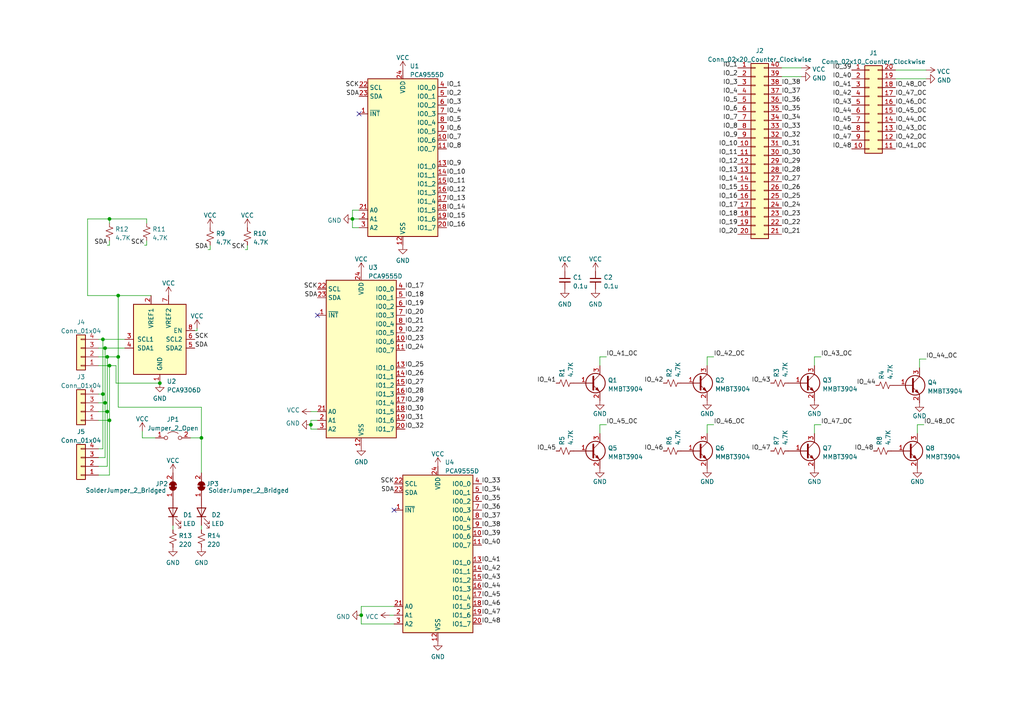
<source format=kicad_sch>
(kicad_sch (version 20211123) (generator eeschema)
  (paper "A4")
  (title_block (title "Stencil Trainer 1 (48 pin i2c GPIO expander) ") (date "2023-03-03") (rev "v1.0.0-dev2") (comment 1 "Licensed under CERN-OHL-S version 2") (comment 2 "Copyright Peter Terpstra, 2023"))
  (lib_symbols
    (symbol "Connector_Generic:Conn_01x04" (pin_names (offset 1.016) hide)
      (property "Reference" "J" (at 0 5.08 0))
      (property "Value" "Conn_01x04" (at 0 -7.62 0))
      (symbol "Conn_01x04_1_1"
        (rectangle (start -1.27 -4.953) (end 0 -5.207) (stroke (width 0.1524)))
        (rectangle (start -1.27 -2.413) (end 0 -2.667) (stroke (width 0.1524)))
        (rectangle (start -1.27 0.127) (end 0 -0.127) (stroke (width 0.1524)))
        (rectangle (start -1.27 2.667) (end 0 2.413) (stroke (width 0.1524)))
        (rectangle (start -1.27 3.81) (end 1.27 -6.35) (stroke (width 0.254)) (fill (type background)))
        (pin passive line (at -5.08 2.54 0) (length 3.81) (name "Pin_1") (number "1"))
        (pin passive line (at -5.08 0 0) (length 3.81) (name "Pin_2") (number "2"))
        (pin passive line (at -5.08 -2.54 0) (length 3.81) (name "Pin_3") (number "3"))
        (pin passive line (at -5.08 -5.08 0) (length 3.81) (name "Pin_4") (number "4"))
      )
    )
    (symbol "Connector_Generic:Conn_02x10_Counter_Clockwise" (pin_names (offset 1.016) hide)
      (property "Reference" "J" (at 1.27 12.7 0))
      (property "Value" "Conn_02x10_Counter_Clockwise" (at 1.27 -15.24 0))
      (symbol "Conn_02x10_Counter_Clockwise_1_1"
        (rectangle (start -1.27 -12.573) (end 0 -12.827) (stroke (width 0.1524)))
        (rectangle (start -1.27 -10.033) (end 0 -10.287) (stroke (width 0.1524)))
        (rectangle (start -1.27 -7.493) (end 0 -7.747) (stroke (width 0.1524)))
        (rectangle (start -1.27 -4.953) (end 0 -5.207) (stroke (width 0.1524)))
        (rectangle (start -1.27 -2.413) (end 0 -2.667) (stroke (width 0.1524)))
        (rectangle (start -1.27 0.127) (end 0 -0.127) (stroke (width 0.1524)))
        (rectangle (start -1.27 2.667) (end 0 2.413) (stroke (width 0.1524)))
        (rectangle (start -1.27 5.207) (end 0 4.953) (stroke (width 0.1524)))
        (rectangle (start -1.27 7.747) (end 0 7.493) (stroke (width 0.1524)))
        (rectangle (start -1.27 10.287) (end 0 10.033) (stroke (width 0.1524)))
        (rectangle (start -1.27 11.43) (end 3.81 -13.97) (stroke (width 0.254)) (fill (type background)))
        (rectangle (start 3.81 -12.573) (end 2.54 -12.827) (stroke (width 0.1524)))
        (rectangle (start 3.81 -10.033) (end 2.54 -10.287) (stroke (width 0.1524)))
        (rectangle (start 3.81 -7.493) (end 2.54 -7.747) (stroke (width 0.1524)))
        (rectangle (start 3.81 -4.953) (end 2.54 -5.207) (stroke (width 0.1524)))
        (rectangle (start 3.81 -2.413) (end 2.54 -2.667) (stroke (width 0.1524)))
        (rectangle (start 3.81 0.127) (end 2.54 -0.127) (stroke (width 0.1524)))
        (rectangle (start 3.81 2.667) (end 2.54 2.413) (stroke (width 0.1524)))
        (rectangle (start 3.81 5.207) (end 2.54 4.953) (stroke (width 0.1524)))
        (rectangle (start 3.81 7.747) (end 2.54 7.493) (stroke (width 0.1524)))
        (rectangle (start 3.81 10.287) (end 2.54 10.033) (stroke (width 0.1524)))
        (pin passive line (at -5.08 10.16 0) (length 3.81) (name "Pin_1") (number "1"))
        (pin passive line (at -5.08 -12.7 0) (length 3.81) (name "Pin_10") (number "10"))
        (pin passive line (at 7.62 -12.7 180) (length 3.81) (name "Pin_11") (number "11"))
        (pin passive line (at 7.62 -10.16 180) (length 3.81) (name "Pin_12") (number "12"))
        (pin passive line (at 7.62 -7.62 180) (length 3.81) (name "Pin_13") (number "13"))
        (pin passive line (at 7.62 -5.08 180) (length 3.81) (name "Pin_14") (number "14"))
        (pin passive line (at 7.62 -2.54 180) (length 3.81) (name "Pin_15") (number "15"))
        (pin passive line (at 7.62 0 180) (length 3.81) (name "Pin_16") (number "16"))
        (pin passive line (at 7.62 2.54 180) (length 3.81) (name "Pin_17") (number "17"))
        (pin passive line (at 7.62 5.08 180) (length 3.81) (name "Pin_18") (number "18"))
        (pin passive line (at 7.62 7.62 180) (length 3.81) (name "Pin_19") (number "19"))
        (pin passive line (at -5.08 7.62 0) (length 3.81) (name "Pin_2") (number "2"))
        (pin passive line (at 7.62 10.16 180) (length 3.81) (name "Pin_20") (number "20"))
        (pin passive line (at -5.08 5.08 0) (length 3.81) (name "Pin_3") (number "3"))
        (pin passive line (at -5.08 2.54 0) (length 3.81) (name "Pin_4") (number "4"))
        (pin passive line (at -5.08 0 0) (length 3.81) (name "Pin_5") (number "5"))
        (pin passive line (at -5.08 -2.54 0) (length 3.81) (name "Pin_6") (number "6"))
        (pin passive line (at -5.08 -5.08 0) (length 3.81) (name "Pin_7") (number "7"))
        (pin passive line (at -5.08 -7.62 0) (length 3.81) (name "Pin_8") (number "8"))
        (pin passive line (at -5.08 -10.16 0) (length 3.81) (name "Pin_9") (number "9"))
      )
    )
    (symbol "Connector_Generic:Conn_02x20_Counter_Clockwise" (pin_names (offset 1.016) hide)
      (property "Reference" "J" (at 1.27 25.4 0))
      (property "Value" "Conn_02x20_Counter_Clockwise" (at 1.27 -27.94 0))
      (symbol "Conn_02x20_Counter_Clockwise_1_1"
        (rectangle (start -1.27 -25.273) (end 0 -25.527) (stroke (width 0.1524)))
        (rectangle (start -1.27 -22.733) (end 0 -22.987) (stroke (width 0.1524)))
        (rectangle (start -1.27 -20.193) (end 0 -20.447) (stroke (width 0.1524)))
        (rectangle (start -1.27 -17.653) (end 0 -17.907) (stroke (width 0.1524)))
        (rectangle (start -1.27 -15.113) (end 0 -15.367) (stroke (width 0.1524)))
        (rectangle (start -1.27 -12.573) (end 0 -12.827) (stroke (width 0.1524)))
        (rectangle (start -1.27 -10.033) (end 0 -10.287) (stroke (width 0.1524)))
        (rectangle (start -1.27 -7.493) (end 0 -7.747) (stroke (width 0.1524)))
        (rectangle (start -1.27 -4.953) (end 0 -5.207) (stroke (width 0.1524)))
        (rectangle (start -1.27 -2.413) (end 0 -2.667) (stroke (width 0.1524)))
        (rectangle (start -1.27 0.127) (end 0 -0.127) (stroke (width 0.1524)))
        (rectangle (start -1.27 2.667) (end 0 2.413) (stroke (width 0.1524)))
        (rectangle (start -1.27 5.207) (end 0 4.953) (stroke (width 0.1524)))
        (rectangle (start -1.27 7.747) (end 0 7.493) (stroke (width 0.1524)))
        (rectangle (start -1.27 10.287) (end 0 10.033) (stroke (width 0.1524)))
        (rectangle (start -1.27 12.827) (end 0 12.573) (stroke (width 0.1524)))
        (rectangle (start -1.27 15.367) (end 0 15.113) (stroke (width 0.1524)))
        (rectangle (start -1.27 17.907) (end 0 17.653) (stroke (width 0.1524)))
        (rectangle (start -1.27 20.447) (end 0 20.193) (stroke (width 0.1524)))
        (rectangle (start -1.27 22.987) (end 0 22.733) (stroke (width 0.1524)))
        (rectangle (start -1.27 24.13) (end 3.81 -26.67) (stroke (width 0.254)) (fill (type background)))
        (rectangle (start 3.81 -25.273) (end 2.54 -25.527) (stroke (width 0.1524)))
        (rectangle (start 3.81 -22.733) (end 2.54 -22.987) (stroke (width 0.1524)))
        (rectangle (start 3.81 -20.193) (end 2.54 -20.447) (stroke (width 0.1524)))
        (rectangle (start 3.81 -17.653) (end 2.54 -17.907) (stroke (width 0.1524)))
        (rectangle (start 3.81 -15.113) (end 2.54 -15.367) (stroke (width 0.1524)))
        (rectangle (start 3.81 -12.573) (end 2.54 -12.827) (stroke (width 0.1524)))
        (rectangle (start 3.81 -10.033) (end 2.54 -10.287) (stroke (width 0.1524)))
        (rectangle (start 3.81 -7.493) (end 2.54 -7.747) (stroke (width 0.1524)))
        (rectangle (start 3.81 -4.953) (end 2.54 -5.207) (stroke (width 0.1524)))
        (rectangle (start 3.81 -2.413) (end 2.54 -2.667) (stroke (width 0.1524)))
        (rectangle (start 3.81 0.127) (end 2.54 -0.127) (stroke (width 0.1524)))
        (rectangle (start 3.81 2.667) (end 2.54 2.413) (stroke (width 0.1524)))
        (rectangle (start 3.81 5.207) (end 2.54 4.953) (stroke (width 0.1524)))
        (rectangle (start 3.81 7.747) (end 2.54 7.493) (stroke (width 0.1524)))
        (rectangle (start 3.81 10.287) (end 2.54 10.033) (stroke (width 0.1524)))
        (rectangle (start 3.81 12.827) (end 2.54 12.573) (stroke (width 0.1524)))
        (rectangle (start 3.81 15.367) (end 2.54 15.113) (stroke (width 0.1524)))
        (rectangle (start 3.81 17.907) (end 2.54 17.653) (stroke (width 0.1524)))
        (rectangle (start 3.81 20.447) (end 2.54 20.193) (stroke (width 0.1524)))
        (rectangle (start 3.81 22.987) (end 2.54 22.733) (stroke (width 0.1524)))
        (pin passive line (at -5.08 22.86 0) (length 3.81) (name "Pin_1") (number "1"))
        (pin passive line (at -5.08 0 0) (length 3.81) (name "Pin_10") (number "10"))
        (pin passive line (at -5.08 -2.54 0) (length 3.81) (name "Pin_11") (number "11"))
        (pin passive line (at -5.08 -5.08 0) (length 3.81) (name "Pin_12") (number "12"))
        (pin passive line (at -5.08 -7.62 0) (length 3.81) (name "Pin_13") (number "13"))
        (pin passive line (at -5.08 -10.16 0) (length 3.81) (name "Pin_14") (number "14"))
        (pin passive line (at -5.08 -12.7 0) (length 3.81) (name "Pin_15") (number "15"))
        (pin passive line (at -5.08 -15.24 0) (length 3.81) (name "Pin_16") (number "16"))
        (pin passive line (at -5.08 -17.78 0) (length 3.81) (name "Pin_17") (number "17"))
        (pin passive line (at -5.08 -20.32 0) (length 3.81) (name "Pin_18") (number "18"))
        (pin passive line (at -5.08 -22.86 0) (length 3.81) (name "Pin_19") (number "19"))
        (pin passive line (at -5.08 20.32 0) (length 3.81) (name "Pin_2") (number "2"))
        (pin passive line (at -5.08 -25.4 0) (length 3.81) (name "Pin_20") (number "20"))
        (pin passive line (at 7.62 -25.4 180) (length 3.81) (name "Pin_21") (number "21"))
        (pin passive line (at 7.62 -22.86 180) (length 3.81) (name "Pin_22") (number "22"))
        (pin passive line (at 7.62 -20.32 180) (length 3.81) (name "Pin_23") (number "23"))
        (pin passive line (at 7.62 -17.78 180) (length 3.81) (name "Pin_24") (number "24"))
        (pin passive line (at 7.62 -15.24 180) (length 3.81) (name "Pin_25") (number "25"))
        (pin passive line (at 7.62 -12.7 180) (length 3.81) (name "Pin_26") (number "26"))
        (pin passive line (at 7.62 -10.16 180) (length 3.81) (name "Pin_27") (number "27"))
        (pin passive line (at 7.62 -7.62 180) (length 3.81) (name "Pin_28") (number "28"))
        (pin passive line (at 7.62 -5.08 180) (length 3.81) (name "Pin_29") (number "29"))
        (pin passive line (at -5.08 17.78 0) (length 3.81) (name "Pin_3") (number "3"))
        (pin passive line (at 7.62 -2.54 180) (length 3.81) (name "Pin_30") (number "30"))
        (pin passive line (at 7.62 0 180) (length 3.81) (name "Pin_31") (number "31"))
        (pin passive line (at 7.62 2.54 180) (length 3.81) (name "Pin_32") (number "32"))
        (pin passive line (at 7.62 5.08 180) (length 3.81) (name "Pin_33") (number "33"))
        (pin passive line (at 7.62 7.62 180) (length 3.81) (name "Pin_34") (number "34"))
        (pin passive line (at 7.62 10.16 180) (length 3.81) (name "Pin_35") (number "35"))
        (pin passive line (at 7.62 12.7 180) (length 3.81) (name "Pin_36") (number "36"))
        (pin passive line (at 7.62 15.24 180) (length 3.81) (name "Pin_37") (number "37"))
        (pin passive line (at 7.62 17.78 180) (length 3.81) (name "Pin_38") (number "38"))
        (pin passive line (at 7.62 20.32 180) (length 3.81) (name "Pin_39") (number "39"))
        (pin passive line (at -5.08 15.24 0) (length 3.81) (name "Pin_4") (number "4"))
        (pin passive line (at 7.62 22.86 180) (length 3.81) (name "Pin_40") (number "40"))
        (pin passive line (at -5.08 12.7 0) (length 3.81) (name "Pin_5") (number "5"))
        (pin passive line (at -5.08 10.16 0) (length 3.81) (name "Pin_6") (number "6"))
        (pin passive line (at -5.08 7.62 0) (length 3.81) (name "Pin_7") (number "7"))
        (pin passive line (at -5.08 5.08 0) (length 3.81) (name "Pin_8") (number "8"))
        (pin passive line (at -5.08 2.54 0) (length 3.81) (name "Pin_9") (number "9"))
      )
    )
    (symbol "Device:C_Small" (pin_numbers hide) (pin_names (offset 0.254) hide)
      (property "Reference" "C" (at 0.254 1.778 0))
      (property "Value" "C_Small" (at 0.254 -2.032 0))
      (symbol "C_Small_0_1"
        (polyline (pts (xy -1.524 -0.508) (xy 1.524 -0.508)) (stroke (width 0.3302)))
        (polyline (pts (xy -1.524 0.508) (xy 1.524 0.508)) (stroke (width 0.3048)))
      )
      (symbol "C_Small_1_1"
        (pin passive line (at 0 2.54 270) (length 2.032) (name "~") (number "1"))
        (pin passive line (at 0 -2.54 90) (length 2.032) (name "~") (number "2"))
      )
    )
    (symbol "Device:LED" (pin_numbers hide) (pin_names (offset 1.016) hide)
      (property "Reference" "D" (at 0 2.54 0))
      (property "Value" "LED" (at 0 -2.54 0))
      (symbol "LED_0_1"
        (polyline (pts (xy -1.27 -1.27) (xy -1.27 1.27)) (stroke (width 0.254)))
        (polyline (pts (xy -1.27 0) (xy 1.27 0)))
        (polyline (pts (xy 1.27 -1.27) (xy 1.27 1.27) (xy -1.27 0) (xy 1.27 -1.27)) (stroke (width 0.254)))
        (polyline (pts (xy -3.048 -0.762) (xy -4.572 -2.286) (xy -3.81 -2.286) (xy -4.572 -2.286) (xy -4.572 -1.524)))
        (polyline (pts (xy -1.778 -0.762) (xy -3.302 -2.286) (xy -2.54 -2.286) (xy -3.302 -2.286) (xy -3.302 -1.524)))
      )
      (symbol "LED_1_1"
        (pin passive line (at -3.81 0 0) (length 2.54) (name "K") (number "1"))
        (pin passive line (at 3.81 0 180) (length 2.54) (name "A") (number "2"))
      )
    )
    (symbol "Device:R_Small_US" (pin_numbers hide) (pin_names (offset 0.254) hide)
      (property "Reference" "R" (at 0.762 0.508 0))
      (property "Value" "R_Small_US" (at 0.762 -1.016 0))
      (symbol "R_Small_US_1_1"
        (polyline (pts (xy 0 0) (xy 1.016 -0.381) (xy 0 -0.762) (xy -1.016 -1.143) (xy 0 -1.524)))
        (polyline (pts (xy 0 1.524) (xy 1.016 1.143) (xy 0 0.762) (xy -1.016 0.381) (xy 0 0)))
        (pin passive line (at 0 2.54 270) (length 1.016) (name "~") (number "1"))
        (pin passive line (at 0 -2.54 90) (length 1.016) (name "~") (number "2"))
      )
    )
    (symbol "Interface:PCA9306D" (pin_names (offset 1.016))
      (property "Reference" "U" (at -7.62 11.43 0))
      (property "Value" "PCA9306D" (at 3.81 11.43 0))
      (symbol "PCA9306D_0_1"
        (rectangle (start -7.62 10.16) (end 7.62 -10.16) (stroke (width 0.254)) (fill (type background)))
      )
      (symbol "PCA9306D_1_1"
        (pin power_in line (at 0 -12.7 90) (length 2.54) (name "GND") (number "1"))
        (pin power_in line (at -2.54 12.7 270) (length 2.54) (name "VREF1") (number "2"))
        (pin bidirectional line (at -10.16 0 0) (length 2.54) (name "SCL1") (number "3"))
        (pin bidirectional line (at -10.16 -2.54 0) (length 2.54) (name "SDA1") (number "4"))
        (pin bidirectional line (at 10.16 -2.54 180) (length 2.54) (name "SDA2") (number "5"))
        (pin bidirectional line (at 10.16 0 180) (length 2.54) (name "SCL2") (number "6"))
        (pin power_in line (at 2.54 12.7 270) (length 2.54) (name "VREF2") (number "7"))
        (pin input line (at 10.16 2.54 180) (length 2.54) (name "EN") (number "8"))
      )
    )
    (symbol "Interface_Expansion:PCA9555D"
      (property "Reference" "U" (at -8.89 24.13 0))
      (property "Value" "PCA9555D" (at 6.35 24.13 0))
      (symbol "PCA9555D_0_1"
        (rectangle (start -10.16 22.86) (end 10.16 -22.86) (stroke (width 0.254)) (fill (type background)))
      )
      (symbol "PCA9555D_1_1"
        (pin open_collector line (at -12.7 12.7 0) (length 2.54) (name "~{INT}") (number "1"))
        (pin bidirectional line (at 12.7 5.08 180) (length 2.54) (name "IO0_6") (number "10"))
        (pin bidirectional line (at 12.7 2.54 180) (length 2.54) (name "IO0_7") (number "11"))
        (pin power_in line (at 0 -25.4 90) (length 2.54) (name "VSS") (number "12"))
        (pin bidirectional line (at 12.7 -2.54 180) (length 2.54) (name "IO1_0") (number "13"))
        (pin bidirectional line (at 12.7 -5.08 180) (length 2.54) (name "IO1_1") (number "14"))
        (pin bidirectional line (at 12.7 -7.62 180) (length 2.54) (name "IO1_2") (number "15"))
        (pin bidirectional line (at 12.7 -10.16 180) (length 2.54) (name "IO1_3") (number "16"))
        (pin bidirectional line (at 12.7 -12.7 180) (length 2.54) (name "IO1_4") (number "17"))
        (pin bidirectional line (at 12.7 -15.24 180) (length 2.54) (name "IO1_5") (number "18"))
        (pin bidirectional line (at 12.7 -17.78 180) (length 2.54) (name "IO1_6") (number "19"))
        (pin input line (at -12.7 -17.78 0) (length 2.54) (name "A1") (number "2"))
        (pin bidirectional line (at 12.7 -20.32 180) (length 2.54) (name "IO1_7") (number "20"))
        (pin input line (at -12.7 -15.24 0) (length 2.54) (name "A0") (number "21"))
        (pin input line (at -12.7 20.32 0) (length 2.54) (name "SCL") (number "22"))
        (pin bidirectional line (at -12.7 17.78 0) (length 2.54) (name "SDA") (number "23"))
        (pin power_in line (at 0 25.4 270) (length 2.54) (name "VDD") (number "24"))
        (pin input line (at -12.7 -20.32 0) (length 2.54) (name "A2") (number "3"))
        (pin bidirectional line (at 12.7 20.32 180) (length 2.54) (name "IO0_0") (number "4"))
        (pin bidirectional line (at 12.7 17.78 180) (length 2.54) (name "IO0_1") (number "5"))
        (pin bidirectional line (at 12.7 15.24 180) (length 2.54) (name "IO0_2") (number "6"))
        (pin bidirectional line (at 12.7 12.7 180) (length 2.54) (name "IO0_3") (number "7"))
        (pin bidirectional line (at 12.7 10.16 180) (length 2.54) (name "IO0_4") (number "8"))
        (pin bidirectional line (at 12.7 7.62 180) (length 2.54) (name "IO0_5") (number "9"))
      )
    )
    (symbol "Jumper:Jumper_2_Open" (pin_names (offset 0) hide)
      (property "Reference" "JP" (at 0 2.794 0))
      (property "Value" "Jumper_2_Open" (at 0 -2.286 0))
      (symbol "Jumper_2_Open_0_0"
        (circle (center -2.032 0) (radius 0.508))
        (circle (center 2.032 0) (radius 0.508))
      )
      (symbol "Jumper_2_Open_0_1"
        (arc (start 1.524 1.27) (mid 0 1.778) (end -1.524 1.27))
      )
      (symbol "Jumper_2_Open_1_1"
        (pin passive line (at -5.08 0 0) (length 2.54) (name "A") (number "1"))
        (pin passive line (at 5.08 0 180) (length 2.54) (name "B") (number "2"))
      )
    )
    (symbol "Jumper:SolderJumper_2_Bridged" (pin_names (offset 0) hide)
      (property "Reference" "JP" (at 0 2.032 0))
      (property "Value" "SolderJumper_2_Bridged" (at 0 -2.54 0))
      (symbol "SolderJumper_2_Bridged_0_1"
        (rectangle (start -0.508 0.508) (end 0.508 -0.508) (fill (type outline)))
        (arc (start -0.254 1.016) (mid -1.27 0) (end -0.254 -1.016))
        (arc (start -0.254 1.016) (mid -1.27 0) (end -0.254 -1.016) (fill (type outline)))
        (polyline (pts (xy -0.254 1.016) (xy -0.254 -1.016)))
        (polyline (pts (xy 0.254 1.016) (xy 0.254 -1.016)))
        (arc (start 0.254 -1.016) (mid 1.27 0) (end 0.254 1.016))
        (arc (start 0.254 -1.016) (mid 1.27 0) (end 0.254 1.016) (fill (type outline)))
      )
      (symbol "SolderJumper_2_Bridged_1_1"
        (pin passive line (at -3.81 0 0) (length 2.54) (name "A") (number "1"))
        (pin passive line (at 3.81 0 180) (length 2.54) (name "B") (number "2"))
      )
    )
    (symbol "Transistor_BJT:MMBT3904" (pin_names (offset 0) hide)
      (property "Reference" "Q" (at 5.08 1.905 0))
      (property "Value" "MMBT3904" (at 5.08 0 0))
      (symbol "MMBT3904_0_1"
        (polyline (pts (xy 0.635 0.635) (xy 2.54 2.54)))
        (polyline (pts (xy 0.635 -0.635) (xy 2.54 -2.54) (xy 2.54 -2.54)))
        (polyline (pts (xy 0.635 1.905) (xy 0.635 -1.905) (xy 0.635 -1.905)) (stroke (width 0.508)))
        (polyline (pts (xy 1.27 -1.778) (xy 1.778 -1.27) (xy 2.286 -2.286) (xy 1.27 -1.778) (xy 1.27 -1.778)) (fill (type outline)))
        (circle (center 1.27 0) (radius 2.8194) (stroke (width 0.254)))
      )
      (symbol "MMBT3904_1_1"
        (pin input line (at -5.08 0 0) (length 5.715) (name "B") (number "1"))
        (pin passive line (at 2.54 -5.08 90) (length 2.54) (name "E") (number "2"))
        (pin passive line (at 2.54 5.08 270) (length 2.54) (name "C") (number "3"))
      )
    )
    (symbol "power:GND" (power) (pin_names (offset 0))
      (property "Value" "GND" (at 0 -3.81 0))
      (symbol "GND_0_1"
        (polyline (pts (xy 0 0) (xy 0 -1.27) (xy 1.27 -1.27) (xy 0 -2.54) (xy -1.27 -1.27) (xy 0 -1.27)))
      )
      (symbol "GND_1_1"
        (pin power_in line (at 0 0 270) (length 0) hide (name "GND") (number "1"))
      )
    )
    (symbol "power:VCC" (power) (pin_names (offset 0))
      (property "Value" "VCC" (at 0 3.81 0))
      (symbol "VCC_0_1"
        (polyline (pts (xy -0.762 1.27) (xy 0 2.54)))
        (polyline (pts (xy 0 0) (xy 0 2.54)))
        (polyline (pts (xy 0 2.54) (xy 0.762 1.27)))
      )
      (symbol "VCC_1_1"
        (pin power_in line (at 0 0 90) (length 0) hide (name "VCC") (number "1"))
      )
    )
  )
  (junction (at 102.235 63.5))
  (junction (at 104.775 178.435))
  (junction (at 31.115 103.505))
  (junction (at 31.75 106.045))
  (junction (at 29.845 98.425))
  (junction (at 31.115 119.38))
  (junction (at 34.29 85.725))
  (junction (at 31.75 63.5))
  (junction (at 30.48 100.965))
  (junction (at 90.17 123.19))
  (junction (at 34.29 103.505))
  (junction (at 46.355 111.125))
  (junction (at 29.845 114.3))
  (junction (at 31.75 121.92))
  (junction (at 58.42 127))
  (junction (at 30.48 116.84))
  (no_connect (at 92.075 91.44))
  (no_connect (at 104.14 33.02))
  (no_connect (at 114.3 147.955))
  (wire (pts (xy 28.575 121.92) (xy 31.75 121.92)))
  (wire (pts (xy 58.42 118.11) (xy 34.29 118.11)))
  (wire (pts (xy 266.7 104.14) (xy 266.7 106.68)))
  (wire (pts (xy 25.4 85.725) (xy 25.4 63.5)))
  (wire (pts (xy 31.115 71.12) (xy 31.75 71.12)))
  (wire (pts (xy 33.655 111.125) (xy 46.355 111.125)))
  (wire (pts (xy 104.14 66.04) (xy 102.235 66.04)))
  (wire (pts (xy 102.235 60.96) (xy 104.14 60.96)))
  (wire (pts (xy 173.99 103.505) (xy 175.895 103.505)))
  (wire (pts (xy 50.165 153.67) (xy 50.165 152.4)))
  (wire (pts (xy 60.96 72.39) (xy 60.96 71.12)))
  (wire (pts (xy 34.29 118.11) (xy 34.29 103.505)))
  (wire (pts (xy 31.75 137.795) (xy 28.575 137.795)))
  (wire (pts (xy 102.235 63.5) (xy 104.14 63.5)))
  (wire (pts (xy 90.17 124.46) (xy 92.075 124.46)))
  (wire (pts (xy 41.91 71.12) (xy 42.545 71.12)))
  (wire (pts (xy 173.99 123.19) (xy 173.99 125.73)))
  (wire (pts (xy 90.17 121.92) (xy 92.075 121.92)))
  (wire (pts (xy 58.42 153.67) (xy 58.42 152.4)))
  (wire (pts (xy 31.75 121.92) (xy 31.75 106.045)))
  (wire (pts (xy 30.48 132.715) (xy 28.575 132.715)))
  (wire (pts (xy 102.235 63.5) (xy 102.235 60.96)))
  (wire (pts (xy 41.275 125.095) (xy 41.275 127)))
  (wire (pts (xy 34.29 85.725) (xy 25.4 85.725)))
  (wire (pts (xy 55.245 127) (xy 58.42 127)))
  (wire (pts (xy 173.99 123.19) (xy 175.895 123.19)))
  (wire (pts (xy 236.22 123.19) (xy 236.22 125.73)))
  (wire (pts (xy 266.065 123.19) (xy 267.97 123.19)))
  (wire (pts (xy 259.715 22.86) (xy 268.605 22.86)))
  (wire (pts (xy 34.29 103.505) (xy 34.29 85.725)))
  (wire (pts (xy 31.75 63.5) (xy 42.545 63.5)))
  (wire (pts (xy 31.115 103.505) (xy 31.115 119.38)))
  (wire (pts (xy 236.22 103.505) (xy 236.22 106.045)))
  (wire (pts (xy 28.575 98.425) (xy 29.845 98.425)))
  (wire (pts (xy 31.75 106.045) (xy 33.655 106.045)))
  (wire (pts (xy 25.4 63.5) (xy 31.75 63.5)))
  (wire (pts (xy 90.17 123.19) (xy 90.17 124.46)))
  (wire (pts (xy 31.115 135.255) (xy 31.115 119.38)))
  (wire (pts (xy 30.48 116.84) (xy 30.48 132.715)))
  (wire (pts (xy 113.03 178.435) (xy 114.3 178.435)))
  (wire (pts (xy 42.545 71.12) (xy 42.545 69.85)))
  (wire (pts (xy 102.235 66.04) (xy 102.235 63.5)))
  (wire (pts (xy 33.655 106.045) (xy 33.655 111.125)))
  (wire (pts (xy 31.115 119.38) (xy 28.575 119.38)))
  (wire (pts (xy 31.115 103.505) (xy 34.29 103.505)))
  (wire (pts (xy 232.41 22.225) (xy 226.695 22.225)))
  (wire (pts (xy 90.17 123.19) (xy 90.17 121.92)))
  (wire (pts (xy 28.575 106.045) (xy 31.75 106.045)))
  (wire (pts (xy 90.17 119.38) (xy 92.075 119.38)))
  (wire (pts (xy 28.575 114.3) (xy 29.845 114.3)))
  (wire (pts (xy 34.29 85.725) (xy 43.815 85.725)))
  (wire (pts (xy 28.575 103.505) (xy 31.115 103.505)))
  (wire (pts (xy 30.48 100.965) (xy 30.48 116.84)))
  (wire (pts (xy 205.105 123.19) (xy 205.105 125.73)))
  (wire (pts (xy 28.575 130.175) (xy 29.845 130.175)))
  (wire (pts (xy 29.845 98.425) (xy 36.195 98.425)))
  (wire (pts (xy 60.325 72.39) (xy 60.96 72.39)))
  (wire (pts (xy 236.22 103.505) (xy 238.125 103.505)))
  (wire (pts (xy 41.275 127) (xy 45.085 127)))
  (wire (pts (xy 266.065 123.19) (xy 266.065 125.73)))
  (wire (pts (xy 104.775 178.435) (xy 104.775 175.895)))
  (wire (pts (xy 205.105 123.19) (xy 207.01 123.19)))
  (wire (pts (xy 236.22 123.19) (xy 238.125 123.19)))
  (wire (pts (xy 28.575 100.965) (xy 30.48 100.965)))
  (wire (pts (xy 173.99 103.505) (xy 173.99 106.045)))
  (wire (pts (xy 31.75 63.5) (xy 31.75 64.77)))
  (wire (pts (xy 104.775 178.435) (xy 104.775 180.975)))
  (wire (pts (xy 232.41 19.685) (xy 226.695 19.685)))
  (wire (pts (xy 58.42 137.16) (xy 58.42 127)))
  (wire (pts (xy 42.545 63.5) (xy 42.545 64.77)))
  (wire (pts (xy 205.105 103.505) (xy 207.01 103.505)))
  (wire (pts (xy 71.12 72.39) (xy 71.755 72.39)))
  (wire (pts (xy 205.105 103.505) (xy 205.105 106.045)))
  (wire (pts (xy 28.575 135.255) (xy 31.115 135.255)))
  (wire (pts (xy 30.48 116.84) (xy 28.575 116.84)))
  (wire (pts (xy 29.845 130.175) (xy 29.845 114.3)))
  (wire (pts (xy 266.7 104.14) (xy 268.605 104.14)))
  (wire (pts (xy 57.15 95.885) (xy 57.15 95.25)))
  (wire (pts (xy 104.775 180.975) (xy 114.3 180.975)))
  (wire (pts (xy 58.42 127) (xy 58.42 118.11)))
  (wire (pts (xy 104.775 175.895) (xy 114.3 175.895)))
  (wire (pts (xy 56.515 95.885) (xy 57.15 95.885)))
  (wire (pts (xy 29.845 114.3) (xy 29.845 98.425)))
  (wire (pts (xy 31.75 121.92) (xy 31.75 137.795)))
  (wire (pts (xy 259.715 20.32) (xy 268.605 20.32)))
  (wire (pts (xy 31.75 71.12) (xy 31.75 69.85)))
  (wire (pts (xy 71.755 72.39) (xy 71.755 71.12)))
  (wire (pts (xy 30.48 100.965) (xy 36.195 100.965)))
  (label "IO_42_OC" (at 259.715 40.64 0))
  (label "IO_21" (at 117.475 93.98 0))
  (label "SCK" (at 71.12 72.39 180))
  (label "IO_46" (at 139.7 175.895 0))
  (label "IO_12" (at 129.54 55.88 0))
  (label "IO_18" (at 117.475 86.36 0))
  (label "IO_42_OC" (at 207.01 103.505 0))
  (label "IO_17" (at 117.475 83.82 0))
  (label "IO_9" (at 213.995 40.005 180))
  (label "IO_4" (at 213.995 27.305 180))
  (label "IO_25" (at 117.475 106.68 0))
  (label "IO_31" (at 226.695 42.545 0))
  (label "SDA" (at 114.3 142.875 180))
  (label "IO_36" (at 226.695 29.845 0))
  (label "IO_30" (at 226.695 45.085 0))
  (label "SDA" (at 56.515 100.965 0))
  (label "IO_21" (at 226.695 67.945 0))
  (label "IO_46" (at 192.405 130.81 180))
  (label "IO_45" (at 247.015 35.56 180))
  (label "IO_30" (at 117.475 119.38 0))
  (label "IO_41" (at 161.29 111.125 180))
  (label "IO_31" (at 117.475 121.92 0))
  (label "IO_44" (at 254 111.76 180))
  (label "IO_48" (at 139.7 180.975 0))
  (label "IO_32" (at 226.695 40.005 0))
  (label "IO_8" (at 213.995 37.465 180))
  (label "SCK" (at 56.515 98.425 0))
  (label "IO_45" (at 161.29 130.81 180))
  (label "IO_45_OC" (at 175.895 123.19 0))
  (label "IO_10" (at 213.995 42.545 180))
  (label "IO_7" (at 129.54 40.64 0))
  (label "SCK" (at 41.91 71.12 180))
  (label "IO_41" (at 247.015 25.4 180))
  (label "IO_38" (at 226.695 24.765 0))
  (label "IO_14" (at 213.995 52.705 180))
  (label "IO_40" (at 247.015 22.86 180))
  (label "IO_10" (at 129.54 50.8 0))
  (label "IO_43_OC" (at 259.715 38.1 0))
  (label "IO_33" (at 226.695 37.465 0))
  (label "SDA" (at 60.325 72.39 180))
  (label "IO_48" (at 253.365 130.81 180))
  (label "IO_41" (at 139.7 163.195 0))
  (label "SCK" (at 114.3 140.335 180))
  (label "IO_8" (at 129.54 43.18 0))
  (label "IO_22" (at 226.695 65.405 0))
  (label "IO_46_OC" (at 207.01 123.19 0))
  (label "IO_22" (at 117.475 96.52 0))
  (label "IO_36" (at 139.7 147.955 0))
  (label "IO_3" (at 129.54 30.48 0))
  (label "IO_23" (at 226.695 62.865 0))
  (label "IO_42" (at 192.405 111.125 180))
  (label "IO_7" (at 213.995 34.925 180))
  (label "IO_13" (at 129.54 58.42 0))
  (label "IO_47" (at 247.015 40.64 180))
  (label "IO_44" (at 139.7 170.815 0))
  (label "IO_15" (at 213.995 55.245 180))
  (label "IO_34" (at 139.7 142.875 0))
  (label "IO_47" (at 223.52 130.81 180))
  (label "IO_37" (at 139.7 150.495 0))
  (label "IO_16" (at 213.995 57.785 180))
  (label "IO_1" (at 129.54 25.4 0))
  (label "IO_28" (at 226.695 50.165 0))
  (label "IO_23" (at 117.475 99.06 0))
  (label "IO_20" (at 213.995 67.945 180))
  (label "IO_24" (at 226.695 60.325 0))
  (label "IO_11" (at 129.54 53.34 0))
  (label "IO_3" (at 213.995 24.765 180))
  (label "IO_4" (at 129.54 33.02 0))
  (label "IO_47_OC" (at 238.125 123.19 0))
  (label "IO_18" (at 213.995 62.865 180))
  (label "IO_1" (at 213.995 19.685 180))
  (label "IO_11" (at 213.995 45.085 180))
  (label "IO_45" (at 139.7 173.355 0))
  (label "IO_15" (at 129.54 63.5 0))
  (label "IO_48_OC" (at 259.715 25.4 0))
  (label "IO_48" (at 247.015 43.18 180))
  (label "IO_37" (at 226.695 27.305 0))
  (label "IO_47" (at 139.7 178.435 0))
  (label "IO_29" (at 226.695 47.625 0))
  (label "IO_26" (at 117.475 109.22 0))
  (label "SCK" (at 104.14 25.4 180))
  (label "IO_43" (at 139.7 168.275 0))
  (label "IO_43_OC" (at 238.125 103.505 0))
  (label "IO_9" (at 129.54 48.26 0))
  (label "SDA" (at 31.115 71.12 180))
  (label "IO_39" (at 247.015 20.32 180))
  (label "IO_25" (at 226.695 57.785 0))
  (label "IO_6" (at 129.54 38.1 0))
  (label "IO_32" (at 117.475 124.46 0))
  (label "IO_34" (at 226.695 34.925 0))
  (label "IO_35" (at 226.695 32.385 0))
  (label "IO_19" (at 117.475 88.9 0))
  (label "IO_42" (at 247.015 27.94 180))
  (label "SDA" (at 92.075 86.36 180))
  (label "IO_40" (at 139.7 158.115 0))
  (label "IO_27" (at 226.695 52.705 0))
  (label "IO_42" (at 139.7 165.735 0))
  (label "IO_38" (at 139.7 153.035 0))
  (label "IO_46" (at 247.015 38.1 180))
  (label "IO_48_OC" (at 267.97 123.19 0))
  (label "IO_17" (at 213.995 60.325 180))
  (label "IO_45_OC" (at 259.715 33.02 0))
  (label "SDA" (at 104.14 27.94 180))
  (label "IO_6" (at 213.995 32.385 180))
  (label "IO_2" (at 213.995 22.225 180))
  (label "IO_12" (at 213.995 47.625 180))
  (label "IO_41_OC" (at 175.895 103.505 0))
  (label "IO_44" (at 247.015 33.02 180))
  (label "IO_46_OC" (at 259.715 30.48 0))
  (label "IO_5" (at 129.54 35.56 0))
  (label "IO_33" (at 139.7 140.335 0))
  (label "IO_28" (at 117.475 114.3 0))
  (label "IO_39" (at 139.7 155.575 0))
  (label "SCK" (at 92.075 83.82 180))
  (label "IO_26" (at 226.695 55.245 0))
  (label "IO_5" (at 213.995 29.845 180))
  (label "IO_47_OC" (at 259.715 27.94 0))
  (label "IO_44_OC" (at 268.605 104.14 0))
  (label "IO_14" (at 129.54 60.96 0))
  (label "IO_27" (at 117.475 111.76 0))
  (label "IO_43" (at 223.52 111.125 180))
  (label "IO_19" (at 213.995 65.405 180))
  (label "IO_13" (at 213.995 50.165 180))
  (label "IO_41_OC" (at 259.715 43.18 0))
  (label "IO_24" (at 117.475 101.6 0))
  (label "IO_35" (at 139.7 145.415 0))
  (label "IO_44_OC" (at 259.715 35.56 0))
  (label "IO_43" (at 247.015 30.48 180))
  (label "IO_29" (at 117.475 116.84 0))
  (label "IO_2" (at 129.54 27.94 0))
  (label "IO_16" (at 129.54 66.04 0))
  (label "IO_20" (at 117.475 91.44 0))
  (symbol (lib_id "Device:R_Small_US") (at 163.83 130.81 90) (unit 1)
    (property "Reference" "R5" (at 162.9953 129.159 0) (effects (justify left)))
    (property "Value" "4.7K" (at 165.5322 129.159 0) (effects (justify left)))
    (property "Footprint" "Resistor_SMD:R_0805_2012Metric" (effects hide))
  )
  (symbol (lib_id "power:GND") (at 127 186.055 0) (unit 1)
    (property "Reference" "#PWR0112" (effects hide))
    (property "Value" "GND" (at 127 190.4984 0))
  )
  (symbol (lib_id "Transistor_BJT:MMBT3904") (at 233.68 111.125 0) (unit 1)
    (property "Reference" "Q3" (at 238.5314 110.2903 0) (effects (justify left)))
    (property "Value" "MMBT3904" (at 238.5314 112.8272 0) (effects (justify left)))
    (property "Footprint" "Package_TO_SOT_SMD:SOT-23" (effects hide))
    (property "Datasheet" "https://www.onsemi.com/pub/Collateral/2N3903-D.PDF" (effects hide))
  )
  (symbol (lib_id "power:VCC") (at 163.83 78.74 0) (unit 1)
    (property "Reference" "#PWR0104" (effects hide))
    (property "Value" "VCC" (at 163.83 75.1642 0))
  )
  (symbol (lib_id "power:GND") (at 173.99 116.205 0) (unit 1)
    (property "Reference" "#PWR0102" (effects hide))
    (property "Value" "GND" (at 173.99 120.015 0))
  )
  (symbol (lib_id "Jumper:SolderJumper_2_Bridged") (at 58.42 140.97 270) (mirror x) (unit 1)
    (property "Reference" "JP3" (at 63.5 140.335 90) (effects (justify right)))
    (property "Value" "SolderJumper_2_Bridged" (at 83.82 142.24 90) (effects (justify right)))
    (property "Footprint" "Jumper:SolderJumper-2_P1.3mm_Bridged_RoundedPad1.0x1.5mm" (effects hide))
  )
  (symbol (lib_id "power:GND") (at 104.775 129.54 0) (unit 1)
    (property "Reference" "#PWR0109" (effects hide))
    (property "Value" "GND" (at 104.775 133.9834 0))
  )
  (symbol (lib_id "Interface_Expansion:PCA9555D") (at 116.84 45.72 0) (unit 1)
    (property "Reference" "U1" (at 118.8594 19.1602 0) (effects (justify left)))
    (property "Value" "PCA9555D" (at 118.8594 21.6971 0) (effects (justify left)))
    (property "Footprint" "Package_SO:SOIC-24W_7.5x15.4mm_P1.27mm" (effects hide))
    (property "Datasheet" "https://www.nxp.com/docs/en/data-sheet/PCA9555.pdf" (effects hide))
  )
  (symbol (lib_id "power:GND") (at 172.72 83.82 0) (unit 1)
    (property "Reference" "#PWR0116" (effects hide))
    (property "Value" "GND" (at 172.72 88.2634 0))
  )
  (symbol (lib_id "Device:R_Small_US") (at 194.945 111.125 90) (unit 1)
    (property "Reference" "R2" (at 194.1103 109.474 0) (effects (justify left)))
    (property "Value" "4.7K" (at 196.6472 109.474 0) (effects (justify left)))
    (property "Footprint" "Resistor_SMD:R_0805_2012Metric" (effects hide))
  )
  (symbol (lib_id "power:VCC") (at 268.605 20.32 270) (unit 1)
    (property "Reference" "#PWR0117" (effects hide))
    (property "Value" "VCC" (at 271.78 20.7538 90) (effects (justify left)))
  )
  (symbol (lib_id "power:GND") (at 173.99 135.89 0) (unit 1)
    (property "Reference" "#PWR05" (effects hide))
    (property "Value" "GND" (at 173.99 139.7 0))
  )
  (symbol (lib_id "Connector_Generic:Conn_01x04") (at 23.495 135.255 180) (unit 1)
    (property "Reference" "J5" (at 23.495 125.2052 0))
    (property "Value" "Conn_01x04" (at 23.495 127.7421 0))
    (property "Footprint" "Connector_PinHeader_2.54mm:PinHeader_1x04_P2.54mm_Vertical" (effects hide))
  )
  (symbol (lib_id "Device:R_Small_US") (at 50.165 156.21 0) (unit 1)
    (property "Reference" "R13" (at 51.816 155.3753 0) (effects (justify left)))
    (property "Value" "220" (at 51.816 157.9122 0) (effects (justify left)))
    (property "Footprint" "Resistor_SMD:R_0805_2012Metric" (effects hide))
  )
  (symbol (lib_id "Device:R_Small_US") (at 163.83 111.125 90) (unit 1)
    (property "Reference" "R1" (at 162.9953 109.474 0) (effects (justify left)))
    (property "Value" "4.7K" (at 165.5322 109.474 0) (effects (justify left)))
    (property "Footprint" "Resistor_SMD:R_0805_2012Metric" (effects hide))
  )
  (symbol (lib_id "Interface_Expansion:PCA9555D") (at 127 160.655 0) (unit 1)
    (property "Reference" "U4" (at 129.0194 134.0952 0) (effects (justify left)))
    (property "Value" "PCA9555D" (at 129.0194 136.6321 0) (effects (justify left)))
    (property "Footprint" "Package_SO:SOIC-24W_7.5x15.4mm_P1.27mm" (effects hide))
    (property "Datasheet" "https://www.nxp.com/docs/en/data-sheet/PCA9555.pdf" (effects hide))
  )
  (symbol (lib_id "Device:LED") (at 58.42 148.59 90) (unit 1)
    (property "Reference" "D2" (at 61.341 149.3428 90) (effects (justify right)))
    (property "Value" "LED" (at 61.341 151.8797 90) (effects (justify right)))
    (property "Footprint" "LED_SMD:LED_0805_2012Metric" (effects hide))
  )
  (symbol (lib_id "Transistor_BJT:MMBT3904") (at 171.45 111.125 0) (unit 1)
    (property "Reference" "Q1" (at 176.3014 110.2903 0) (effects (justify left)))
    (property "Value" "MMBT3904" (at 176.3014 112.8272 0) (effects (justify left)))
    (property "Footprint" "Package_TO_SOT_SMD:SOT-23" (effects hide))
    (property "Datasheet" "https://www.onsemi.com/pub/Collateral/2N3903-D.PDF" (effects hide))
  )
  (symbol (lib_id "power:GND") (at 205.105 135.89 0) (unit 1)
    (property "Reference" "#PWR06" (effects hide))
    (property "Value" "GND" (at 205.105 139.7 0))
  )
  (symbol (lib_id "Device:R_Small_US") (at 194.945 130.81 90) (unit 1)
    (property "Reference" "R6" (at 194.1103 129.159 0) (effects (justify left)))
    (property "Value" "4.7K" (at 196.6472 129.159 0) (effects (justify left)))
    (property "Footprint" "Resistor_SMD:R_0805_2012Metric" (effects hide))
  )
  (symbol (lib_id "Device:R_Small_US") (at 226.06 130.81 90) (unit 1)
    (property "Reference" "R7" (at 225.2253 129.159 0) (effects (justify left)))
    (property "Value" "4.7K" (at 227.7622 129.159 0) (effects (justify left)))
    (property "Footprint" "Resistor_SMD:R_0805_2012Metric" (effects hide))
  )
  (symbol (lib_id "Connector_Generic:Conn_01x04") (at 23.495 119.38 180) (unit 1)
    (property "Reference" "J3" (at 23.495 109.3302 0))
    (property "Value" "Conn_01x04" (at 23.495 111.8671 0))
    (property "Footprint" "Connector_JST:JST_SH_SM04B-SRSS-TB_1x04-1MP_P1.00mm_Horizontal" (effects hide))
  )
  (symbol (lib_id "Device:R_Small_US") (at 58.42 156.21 0) (unit 1)
    (property "Reference" "R14" (at 60.071 155.3753 0) (effects (justify left)))
    (property "Value" "220" (at 60.071 157.9122 0) (effects (justify left)))
    (property "Footprint" "Resistor_SMD:R_0805_2012Metric" (effects hide))
  )
  (symbol (lib_id "power:GND") (at 163.83 83.82 0) (unit 1)
    (property "Reference" "#PWR0107" (effects hide))
    (property "Value" "GND" (at 163.83 88.2634 0))
  )
  (symbol (lib_id "power:VCC") (at 57.15 95.25 0) (unit 1)
    (property "Reference" "#PWR0130" (effects hide))
    (property "Value" "VCC" (at 57.15 91.6742 0))
  )
  (symbol (lib_id "Device:R_Small_US") (at 226.06 111.125 90) (unit 1)
    (property "Reference" "R3" (at 225.2253 109.474 0) (effects (justify left)))
    (property "Value" "4.7K" (at 227.7622 109.474 0) (effects (justify left)))
    (property "Footprint" "Resistor_SMD:R_0805_2012Metric" (effects hide))
  )
  (symbol (lib_id "Device:R_Small_US") (at 42.545 67.31 0) (unit 1)
    (property "Reference" "R11" (at 44.196 66.4753 0) (effects (justify left)))
    (property "Value" "4.7K" (at 44.196 69.0122 0) (effects (justify left)))
    (property "Footprint" "Resistor_SMD:R_0805_2012Metric" (effects hide))
  )
  (symbol (lib_id "Connector_Generic:Conn_01x04") (at 23.495 103.505 180) (unit 1)
    (property "Reference" "J4" (at 23.495 93.4552 0))
    (property "Value" "Conn_01x04" (at 23.495 95.9921 0))
    (property "Footprint" "Connector_JST:JST_SH_SM04B-SRSS-TB_1x04-1MP_P1.00mm_Horizontal" (effects hide))
  )
  (symbol (lib_id "Interface:PCA9306D") (at 46.355 98.425 0) (unit 1)
    (property "Reference" "U2" (at 48.3744 110.6154 0) (effects (justify left)))
    (property "Value" "PCA9306D" (at 48.3744 113.1523 0) (effects (justify left)))
    (property "Footprint" "Package_SO:SO-8_3.9x4.9mm_P1.27mm" (effects hide))
    (property "Datasheet" "https://www.nxp.com/docs/en/data-sheet/PCA9306.pdf" (effects hide))
  )
  (symbol (lib_id "power:VCC") (at 90.17 119.38 90) (mirror x) (unit 1)
    (property "Reference" "#PWR0128" (effects hide))
    (property "Value" "VCC" (at 86.995 118.9462 90) (effects (justify left)))
  )
  (symbol (lib_id "Transistor_BJT:MMBT3904") (at 202.565 130.81 0) (unit 1)
    (property "Reference" "Q6" (at 207.4164 129.9753 0) (effects (justify left)))
    (property "Value" "MMBT3904" (at 207.4164 132.5122 0) (effects (justify left)))
    (property "Footprint" "Package_TO_SOT_SMD:SOT-23" (effects hide))
    (property "Datasheet" "https://www.onsemi.com/pub/Collateral/2N3903-D.PDF" (effects hide))
  )
  (symbol (lib_id "Interface_Expansion:PCA9555D") (at 104.775 104.14 0) (unit 1)
    (property "Reference" "U3" (at 106.7944 77.5802 0) (effects (justify left)))
    (property "Value" "PCA9555D" (at 106.7944 80.1171 0) (effects (justify left)))
    (property "Footprint" "Package_SO:SOIC-24W_7.5x15.4mm_P1.27mm" (effects hide))
    (property "Datasheet" "https://www.nxp.com/docs/en/data-sheet/PCA9555.pdf" (effects hide))
  )
  (symbol (lib_id "Device:R_Small_US") (at 256.54 111.76 90) (unit 1)
    (property "Reference" "R4" (at 255.7053 110.109 0) (effects (justify left)))
    (property "Value" "4.7K" (at 258.2422 110.109 0) (effects (justify left)))
    (property "Footprint" "Resistor_SMD:R_0805_2012Metric" (effects hide))
  )
  (symbol (lib_id "power:GND") (at 104.775 178.435 270) (unit 1)
    (property "Reference" "#PWR0110" (effects hide))
    (property "Value" "GND" (at 101.6001 178.8688 90) (effects (justify right)))
  )
  (symbol (lib_id "Transistor_BJT:MMBT3904") (at 171.45 130.81 0) (unit 1)
    (property "Reference" "Q5" (at 176.3014 129.9753 0) (effects (justify left)))
    (property "Value" "MMBT3904" (at 176.3014 132.5122 0) (effects (justify left)))
    (property "Footprint" "Package_TO_SOT_SMD:SOT-23" (effects hide))
    (property "Datasheet" "https://www.onsemi.com/pub/Collateral/2N3903-D.PDF" (effects hide))
  )
  (symbol (lib_id "Device:R_Small_US") (at 71.755 68.58 0) (unit 1)
    (property "Reference" "R10" (at 73.406 67.7453 0) (effects (justify left)))
    (property "Value" "4.7K" (at 73.406 70.2822 0) (effects (justify left)))
    (property "Footprint" "Resistor_SMD:R_0805_2012Metric" (effects hide))
  )
  (symbol (lib_id "power:VCC") (at 113.03 178.435 90) (unit 1)
    (property "Reference" "#PWR0111" (effects hide))
    (property "Value" "VCC" (at 109.855 178.8688 90) (effects (justify left)))
  )
  (symbol (lib_id "power:GND") (at 266.065 135.89 0) (unit 1)
    (property "Reference" "#PWR0120" (effects hide))
    (property "Value" "GND" (at 266.065 139.7 0))
  )
  (symbol (lib_id "power:VCC") (at 127 135.255 0) (unit 1)
    (property "Reference" "#PWR0113" (effects hide))
    (property "Value" "VCC" (at 127 131.6792 0))
  )
  (symbol (lib_id "power:VCC") (at 41.275 125.095 0) (unit 1)
    (property "Reference" "#PWR0119" (effects hide))
    (property "Value" "VCC" (at 41.275 121.5192 0))
  )
  (symbol (lib_id "power:GND") (at 58.42 158.75 0) (mirror y) (unit 1)
    (property "Reference" "#PWR0108" (effects hide))
    (property "Value" "GND" (at 58.42 163.1934 0))
  )
  (symbol (lib_id "power:VCC") (at 172.72 78.74 0) (unit 1)
    (property "Reference" "#PWR0115" (effects hide))
    (property "Value" "VCC" (at 172.72 75.1642 0))
  )
  (symbol (lib_id "Jumper:SolderJumper_2_Bridged") (at 50.165 140.97 90) (unit 1)
    (property "Reference" "JP2" (at 45.085 140.335 90) (effects (justify right)))
    (property "Value" "SolderJumper_2_Bridged" (at 24.765 142.24 90) (effects (justify right)))
    (property "Footprint" "Jumper:SolderJumper-2_P1.3mm_Bridged_RoundedPad1.0x1.5mm" (effects hide))
  )
  (symbol (lib_id "Transistor_BJT:MMBT3904") (at 202.565 111.125 0) (unit 1)
    (property "Reference" "Q2" (at 207.4164 110.2903 0) (effects (justify left)))
    (property "Value" "MMBT3904" (at 207.4164 112.8272 0) (effects (justify left)))
    (property "Footprint" "Package_TO_SOT_SMD:SOT-23" (effects hide))
    (property "Datasheet" "https://www.onsemi.com/pub/Collateral/2N3903-D.PDF" (effects hide))
  )
  (symbol (lib_id "Device:C_Small") (at 163.83 81.28 0) (unit 1)
    (property "Reference" "C1" (at 166.1541 80.4516 0) (effects (justify left)))
    (property "Value" "0.1u" (at 166.1541 82.9885 0) (effects (justify left)))
    (property "Footprint" "Capacitor_SMD:C_0805_2012Metric" (effects hide))
  )
  (symbol (lib_id "Device:R_Small_US") (at 31.75 67.31 0) (unit 1)
    (property "Reference" "R12" (at 33.401 66.4753 0) (effects (justify left)))
    (property "Value" "4.7K" (at 33.401 69.0122 0) (effects (justify left)))
    (property "Footprint" "Resistor_SMD:R_0805_2012Metric" (effects hide))
  )
  (symbol (lib_id "power:GND") (at 90.17 123.19 270) (mirror x) (unit 1)
    (property "Reference" "#PWR0129" (effects hide))
    (property "Value" "GND" (at 86.9951 122.7562 90) (effects (justify right)))
  )
  (symbol (lib_id "power:VCC") (at 50.165 137.16 0) (unit 1)
    (property "Reference" "#PWR0105" (effects hide))
    (property "Value" "VCC" (at 50.165 133.5842 0))
  )
  (symbol (lib_id "power:GND") (at 232.41 22.225 90) (unit 1)
    (property "Reference" "#PWR0103" (effects hide))
    (property "Value" "GND" (at 235.585 22.6588 90) (effects (justify right)))
  )
  (symbol (lib_id "power:GND") (at 236.22 135.89 0) (unit 1)
    (property "Reference" "#PWR07" (effects hide))
    (property "Value" "GND" (at 236.22 139.7 0))
  )
  (symbol (lib_id "power:GND") (at 50.165 158.75 0) (unit 1)
    (property "Reference" "#PWR0106" (effects hide))
    (property "Value" "GND" (at 50.165 163.1934 0))
  )
  (symbol (lib_id "power:GND") (at 236.22 116.205 0) (unit 1)
    (property "Reference" "#PWR02" (effects hide))
    (property "Value" "GND" (at 236.22 120.015 0))
  )
  (symbol (lib_id "Transistor_BJT:MMBT3904") (at 233.68 130.81 0) (unit 1)
    (property "Reference" "Q7" (at 238.5314 129.9753 0) (effects (justify left)))
    (property "Value" "MMBT3904" (at 238.5314 132.5122 0) (effects (justify left)))
    (property "Footprint" "Package_TO_SOT_SMD:SOT-23" (effects hide))
    (property "Datasheet" "https://www.onsemi.com/pub/Collateral/2N3903-D.PDF" (effects hide))
  )
  (symbol (lib_id "Jumper:Jumper_2_Open") (at 50.165 127 0) (unit 1)
    (property "Reference" "JP1" (at 50.165 121.6492 0))
    (property "Value" "Jumper_2_Open" (at 50.165 124.1861 0))
    (property "Footprint" "Connector_PinHeader_2.54mm:PinHeader_1x02_P2.54mm_Vertical" (effects hide))
  )
  (symbol (lib_id "power:VCC") (at 104.775 78.74 0) (unit 1)
    (property "Reference" "#PWR0125" (effects hide))
    (property "Value" "VCC" (at 104.775 75.1642 0))
  )
  (symbol (lib_id "power:GND") (at 268.605 22.86 90) (unit 1)
    (property "Reference" "#PWR0118" (effects hide))
    (property "Value" "GND" (at 271.78 23.2938 90) (effects (justify right)))
  )
  (symbol (lib_id "Transistor_BJT:MMBT3904") (at 263.525 130.81 0) (unit 1)
    (property "Reference" "Q8" (at 268.3764 129.9753 0) (effects (justify left)))
    (property "Value" "MMBT3904" (at 268.3764 132.5122 0) (effects (justify left)))
    (property "Footprint" "Package_TO_SOT_SMD:SOT-23" (effects hide))
    (property "Datasheet" "https://www.onsemi.com/pub/Collateral/2N3903-D.PDF" (effects hide))
  )
  (symbol (lib_id "power:VCC") (at 60.96 66.04 0) (unit 1)
    (property "Reference" "#PWR0134" (effects hide))
    (property "Value" "VCC" (at 60.96 62.4642 0))
  )
  (symbol (lib_id "Device:C_Small") (at 172.72 81.28 0) (unit 1)
    (property "Reference" "C2" (at 175.0441 80.4516 0) (effects (justify left)))
    (property "Value" "0.1u" (at 175.0441 82.9885 0) (effects (justify left)))
    (property "Footprint" "Capacitor_SMD:C_0805_2012Metric" (effects hide))
  )
  (symbol (lib_id "power:VCC") (at 71.755 66.04 0) (unit 1)
    (property "Reference" "#PWR0133" (effects hide))
    (property "Value" "VCC" (at 71.755 62.4642 0))
  )
  (symbol (lib_id "power:GND") (at 102.235 63.5 270) (unit 1)
    (property "Reference" "#PWR0126" (effects hide))
    (property "Value" "GND" (at 99.0601 63.9338 90) (effects (justify right)))
  )
  (symbol (lib_id "Device:LED") (at 50.165 148.59 90) (unit 1)
    (property "Reference" "D1" (at 53.086 149.3428 90) (effects (justify right)))
    (property "Value" "LED" (at 53.086 151.8797 90) (effects (justify right)))
    (property "Footprint" "LED_SMD:LED_0805_2012Metric" (effects hide))
  )
  (symbol (lib_id "power:GND") (at 46.355 111.125 0) (unit 1)
    (property "Reference" "#PWR0132" (effects hide))
    (property "Value" "GND" (at 46.355 115.5684 0))
  )
  (symbol (lib_id "Transistor_BJT:MMBT3904") (at 264.16 111.76 0) (unit 1)
    (property "Reference" "Q4" (at 269.0114 110.9253 0) (effects (justify left)))
    (property "Value" "MMBT3904" (at 269.0114 113.4622 0) (effects (justify left)))
    (property "Footprint" "Package_TO_SOT_SMD:SOT-23" (effects hide))
    (property "Datasheet" "https://www.onsemi.com/pub/Collateral/2N3903-D.PDF" (effects hide))
  )
  (symbol (lib_id "Connector_Generic:Conn_02x10_Counter_Clockwise") (at 252.095 30.48 0) (unit 1)
    (property "Reference" "J1" (at 253.365 15.3502 0))
    (property "Value" "Conn_02x10_Counter_Clockwise" (at 253.365 17.8871 0))
    (property "Footprint" "Connector_IDC:IDC-Header_2x10_P2.54mm_Vertical" (effects hide))
  )
  (symbol (lib_id "power:VCC") (at 116.84 20.32 0) (unit 1)
    (property "Reference" "#PWR0114" (effects hide))
    (property "Value" "VCC" (at 116.84 16.7442 0))
  )
  (symbol (lib_id "power:GND") (at 116.84 71.12 0) (unit 1)
    (property "Reference" "#PWR0127" (effects hide))
    (property "Value" "GND" (at 116.84 75.565 0))
  )
  (symbol (lib_id "Device:R_Small_US") (at 60.96 68.58 0) (unit 1)
    (property "Reference" "R9" (at 62.611 67.7453 0) (effects (justify left)))
    (property "Value" "4.7K" (at 62.611 70.2822 0) (effects (justify left)))
    (property "Footprint" "Resistor_SMD:R_0805_2012Metric" (effects hide))
  )
  (symbol (lib_id "power:VCC") (at 232.41 19.685 270) (unit 1)
    (property "Reference" "#PWR0101" (effects hide))
    (property "Value" "VCC" (at 235.585 20.1188 90) (effects (justify left)))
  )
  (symbol (lib_id "power:GND") (at 205.105 116.205 0) (unit 1)
    (property "Reference" "#PWR01" (effects hide))
    (property "Value" "GND" (at 205.105 120.015 0))
  )
  (symbol (lib_id "Device:R_Small_US") (at 255.905 130.81 90) (unit 1)
    (property "Reference" "R8" (at 255.0703 129.159 0) (effects (justify left)))
    (property "Value" "4.7K" (at 257.6072 129.159 0) (effects (justify left)))
    (property "Footprint" "Resistor_SMD:R_0805_2012Metric" (effects hide))
  )
  (symbol (lib_id "power:VCC") (at 48.895 85.725 0) (unit 1)
    (property "Reference" "#PWR0131" (effects hide))
    (property "Value" "VCC" (at 48.895 82.1492 0))
  )
  (symbol (lib_id "Connector_Generic:Conn_02x20_Counter_Clockwise") (at 219.075 42.545 0) (unit 1)
    (property "Reference" "J2" (at 220.345 14.7152 0))
    (property "Value" "Conn_02x20_Counter_Clockwise" (at 220.345 17.2521 0))
    (property "Footprint" "Connector_IDC:IDC-Header_2x20_P2.54mm_Vertical" (effects hide))
  )
  (symbol (lib_id "power:GND") (at 266.7 116.84 0) (unit 1)
    (property "Reference" "#PWR04" (effects hide))
    (property "Value" "GND" (at 266.7 120.65 0))
  )
)
</source>
